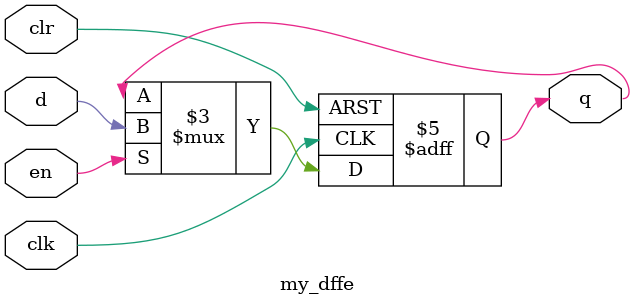
<source format=v>
module my_dffe(q, d, clk, en, clr);
   
   //Inputs
   input d, clk, en, clr;
   
   //Internal wire
   wire clr;

   //Output
   output q;
   
   //Register
   reg q;

   //Intialize q to 0
   initial
   begin
       q = 1'b0;
   end

   //Set value of q on positive edge of the clock or clear
   always @(posedge clk or posedge clr) begin
       //If clear is high, set q to 0
       if (clr) begin
           q <= 1'b0;
       //If enable is high, set q to the value of d
       end else if (en) begin
           q <= d;
       end
   end
endmodule

</source>
